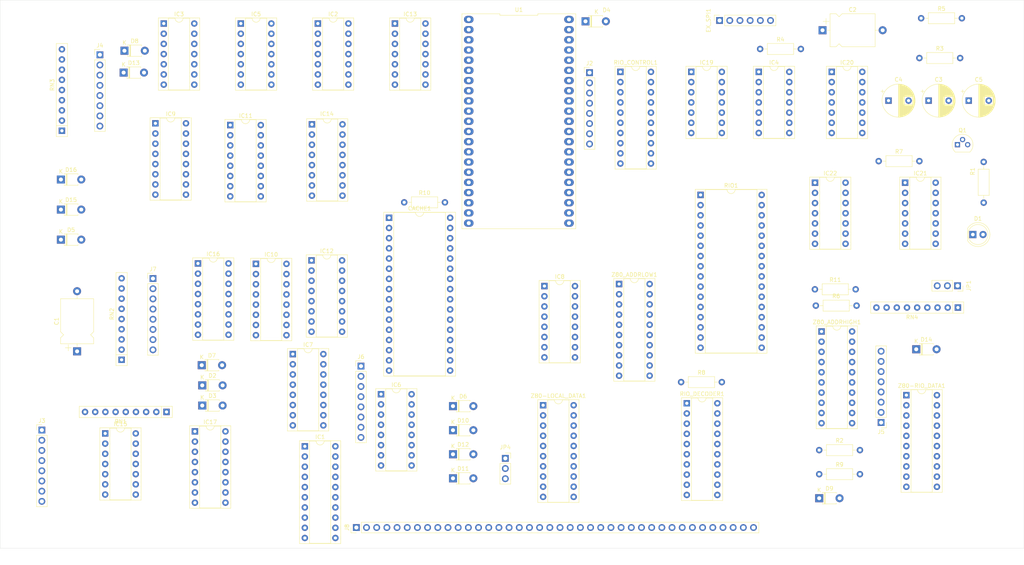
<source format=kicad_pcb>
(kicad_pcb (version 20221018) (generator pcbnew)
  (layers (0 "F.Cu" signal) (31 "B.Cu" signal) (34 "B.Paste" user) (35 "F.Paste" user) (36 "B.SilkS" user "B.Silkscreen") (37 "F.SilkS" user "F.Silkscreen") (38 "B.Mask" user) (39 "F.Mask" user) (44 "Edge.Cuts" user))
  (net 0 "")
  (net 1 "/CORE/ESP_WAIT_RESET")
  (net 2 "GND")
  (net 3 "/ESP_ROMSEL_1")
  (net 4 "VCC")
  (net 5 "/ESP_ROMSEL_0")
  (net 6 "/!CACHE_DATASTATUS")
  (net 7 "/CACHE/LOCAL_ADD_12")
  (net 8 "/CACHE/LOCAL_ADD_7")
  (net 9 "/CACHE/LOCAL_ADD_6")
  (net 10 "/CACHE/LOCAL_ADD_5")
  (net 11 "/CACHE/LOCAL_ADD_4")
  (net 12 "/CACHE/LOCAL_ADD_3")
  (net 13 "/CACHE/LOCAL_ADD_2")
  (net 14 "/CACHE/LOCAL_ADD_1")
  (net 15 "/CACHE/LOCAL_ADD_0")
  (net 16 "/CACHE/LOCAL_DATA_0")
  (net 17 "/CACHE/LOCAL_DATA_1")
  (net 18 "/CACHE/LOCAL_DATA_2")
  (net 19 "/CACHE/LOCAL_DATA_3")
  (net 20 "/CACHE/LOCAL_DATA_4")
  (net 21 "/CACHE/LOCAL_DATA_5")
  (net 22 "/CACHE/LOCAL_DATA_6")
  (net 23 "/CACHE/LOCAL_DATA_7")
  (net 24 "/CACHE/CACHE_CS")
  (net 25 "/CACHE/LOCAL_ADD_10")
  (net 26 "/CACHE/CACHE_OE")
  (net 27 "/CACHE/LOCAL_ADD_11")
  (net 28 "/CACHE/LOCAL_ADD_9")
  (net 29 "/CACHE/LOCAL_ADD_8")
  (net 30 "/CACHE/CACHE_WE")
  (net 31 "/CACHE/CACHE_CE2")
  (net 32 "Net-(U1-Pad17)")
  (net 33 "/CORE/ESP_CONTROL_Z80")
  (net 34 "Net-(U1-Pad16)")
  (net 35 "Net-(U1-Pad27)")
  (net 36 "/CORE/ESP_INT")
  (net 37 "/ROM_WR_PROTECT")
  (net 38 "Net-(U1-Pad29)")
  (net 39 "Net-(U1-Pad30)")
  (net 40 "/CORE/ESP_SPI.CE")
  (net 41 "/CORE/ESP_PULSE")
  (net 42 "/CORE/ESP_SPI.SCK")
  (net 43 "/CORE/!ESP_HARDLOCK")
  (net 44 "/CORE/ESP_SPI.STC")
  (net 45 "/CORE/EX_SS")
  (net 46 "/CORE/EX_SCK")
  (net 47 "/CORE/EX_MISO")
  (net 48 "/CORE/EX_MOSI")
  (net 49 "/CORE/ESP_HARDLOCK")
  (net 50 "/CORE/ESP_SPI.MISO")
  (net 51 "/CORE/ESP_SPI.PL")
  (net 52 "/CORE/ESP_SPI.OE")
  (net 53 "Net-(D4-Pad1)")
  (net 54 "Net-(U1-Pad7)")
  (net 55 "/CORE/CLR_Z80_HARDLOCK")
  (net 56 "Net-(U1-Pad36)")
  (net 57 "Net-(U1-Pad6)")
  (net 58 "/CORE/PRE_Z80_HARDLOCK")
  (net 59 "Net-(U1-Pad37)")
  (net 60 "Net-(U1-Pad5)")
  (net 61 "/Z80_HARDLOCK")
  (net 62 "/CORE/ESP_SPI.MOSI")
  (net 63 "/CACHE/CACHE_DATASTATUS+PERM_Z80_IORQ")
  (net 64 "Net-(U1-Pad2)")
  (net 65 "Net-(U1-Pad1)")
  (net 66 "Net-(C2-Pad1)")
  (net 67 "Net-(D1-Pad1)")
  (net 68 "/CACHE_DATASTATUS")
  (net 69 "Net-(Q1-Pad2)")
  (net 70 "/RIO/ESP_IOD_CONFIG+Z80_WR")
  (net 71 "Net-(R8-Pad1)")
  (net 72 "/RIO/ROM_D_RDY")
  (net 73 "/RIO/ROM_WR_PROTECT+Z80_WR")
  (net 74 "/RIO/Z80_RD+ESP_IOD_CONFIG+PERM_Z80_IORQ")
  (net 75 "/RIO/DEC16")
  (net 76 "/RIO/DEC_CE")
  (net 77 "Net-(D15-Pad1)")
  (net 78 "Net-(D16-Pad1)")
  (net 79 "/ESP_CONTROL_RD")
  (net 80 "/ESP_CONTROL_WR")
  (net 81 "/Z80 BUS/Z80_ADD_OE")
  (net 82 "/Z80 BUS/Z80_ADD_DIR")
  (net 83 "/Z80 BUS/Z80_DATA_DIR")
  (net 84 "/Z80 BUS/Z80_DATA_OE")
  (net 85 "/RIO/Z80_A0")
  (net 86 "/RIO/Z80_A1")
  (net 87 "/RIO/Z80_A2")
  (net 88 "/RIO/Z80_A3")
  (net 89 "/RIO/Z80_A4")
  (net 90 "/RIO/Z80_A5")
  (net 91 "/RIO/Z80_A6")
  (net 92 "/RIO/Z80_A7")
  (net 93 "/RIO/Z80_D0")
  (net 94 "/RIO/Z80_D1")
  (net 95 "/RIO/Z80_D2")
  (net 96 "/RIO/Z80_D3")
  (net 97 "/RIO/Z80_D4")
  (net 98 "/RIO/Z80_D5")
  (net 99 "/RIO/Z80_D6")
  (net 100 "/RIO/Z80_D7")
  (net 101 "/ESP_CONTROL_IORQ")
  (net 102 "/ESP_CONTROL_MEMRQ")
  (net 103 "/RIO/Z80_A8")
  (net 104 "/RIO/Z80_A9")
  (net 105 "/RIO/Z80_A10")
  (net 106 "/RIO/Z80_A11")
  (net 107 "/RIO/Z80_A12")
  (net 108 "/RIO/Z80_A13")
  (net 109 "/RIO/Z80_A14")
  (net 110 "/RIO/Z80_A15")
  (net 111 "/ESP_CONTROL_BUSRQ")
  (net 112 "/ESP_CONTROL_WAIT")
  (net 113 "/ESP_CONTROL_ROMCS")
  (net 114 "/ESP_CONTROL_NMI")
  (net 115 "Net-(D5-Pad1)")
  (net 116 "/CORE/SPIBUS/ESP_SPI.MR")
  (net 117 "/LOCAL_RD")
  (net 118 "/RIO/RIO_CE2")
  (net 119 "/LOCAL_WR")
  (net 120 "/RIO/DEC14")
  (net 121 "/RIO/ROM_D0")
  (net 122 "/RIO/ROM_D1")
  (net 123 "/RIO/ROM_D2")
  (net 124 "/RIO/ROM_D3")
  (net 125 "/RIO/ROM_D4")
  (net 126 "/RIO/ROM_D5")
  (net 127 "/RIO/ROM_D6")
  (net 128 "/RIO/ROM_D7")
  (net 129 "/RIO/DEC_OE")
  (net 130 "/RIO/DEC_WE")
  (net 131 "/RIO/DEC15")
  (net 132 "/LOCAL_MEMRQ")
  (net 133 "/LOCAL_IORQ")
  (net 134 "/CORE/Z80_ADD_CONNECT")
  (net 135 "/CORE/Z80_DATA_CONNECT")
  (net 136 "Net-(RN1-Pad9)")
  (net 137 "Net-(D14-Pad1)")
  (net 138 "Net-(RN4-Pad6)")
  (net 139 "Net-(RN4-Pad7)")
  (net 140 "Net-(RN4-Pad8)")
  (net 141 "Net-(RN4-Pad9)")
  (net 142 "Net-(CACHE1-Pad1)")
  (net 143 "/CACHE_SEL_3")
  (net 144 "/CACHE_SEL_1")
  (net 145 "/CACHE_SEL_0")
  (net 146 "/CACHE_SEL_2")
  (net 147 "/CORE/SD_CARD_SS")
  (net 148 "Net-(RIO1-Pad1)")
  (net 149 "/Z80_HARDLOCK_SET")
  (net 150 "/Z80_HARDLOCK_RESET")
  (net 151 "/WAIT_IO")
  (net 152 "/PERM_Z80_IORQ")
  (net 153 "/Z80_RD")
  (net 154 "/Z80_MEMRQ")
  (net 155 "Net-(IC1-Pad13)")
  (net 156 "/Z80_IORQ")
  (net 157 "/Z80_WR")
  (net 158 "/Z80_BUSRQ")
  (net 159 "/Z80_WAIT")
  (net 160 "/Z80_NMI")
  (net 161 "/Z80_BUSACK")
  (net 162 "Net-(IC17-Pad7)")
  (net 163 "Net-(IC12-Pad10)")
  (net 164 "Net-(IC16-Pad9)")
  (net 165 "Net-(IC12-Pad7)")
  (net 166 "Net-(IC12-Pad9)")
  (net 167 "Net-(IC8-Pad9)")
  (net 168 "Net-(IC14-Pad7)")
  (net 169 "Net-(IC10-Pad14)")
  (net 170 "Net-(IC16-Pad7)")
  (net 171 "Net-(IC10-Pad9)")
  (net 172 "Net-(IC7-Pad4)")
  (net 173 "Net-(IC7-Pad5)")
  (net 174 "Net-(IC7-Pad6)")
  (net 175 "Net-(IC7-Pad7)")
  (net 176 "Net-(IC7-Pad9)")
  (net 177 "Net-(IC6-Pad9)")
  (net 178 "Net-(IC11-Pad9)")
  (net 179 "Net-(IC3-Pad2)")
  (net 180 "Net-(IC3-Pad3)")
  (net 181 "/!Z80_HARDLOCK")
  (net 182 "Net-(D13-Pad1)")
  (net 183 "Net-(IC3-Pad9)")
  (net 184 "Net-(IC2-Pad8)")
  (net 185 "Net-(IC3-Pad11)")
  (net 186 "Net-(IC3-Pad12)")
  (net 187 "Net-(IC13-Pad1)")
  (net 188 "Net-(IC13-Pad8)")
  (net 189 "Net-(IC21-Pad3)")
  (net 190 "/ESP_IOD_CONFIG")
  (net 191 "Net-(IC21-Pad6)")
  (net 192 "Net-(IC21-Pad8)")
  (net 193 "/CORE/IORQ_FILTER_BIT")
  (net 194 "Net-(IC2-Pad6)")
  (net 195 "Net-(IC2-Pad11)")
  (net 196 "Net-(IC2-Pad10)")
  (net 197 "Net-(IC19-Pad6)")
  (net 198 "Net-(IC20-Pad11)")
  (net 199 "/Z80_ROMCS")
  (net 200 "/Z80_RESET")
  (net 201 "/Z80_A0")
  (net 202 "Net-(J8-Pad36)")
  (net 203 "Net-(J8-Pad37)")
  (net 204 "Net-(J8-Pad38)")
  (net 205 "Net-(J8-Pad39)")
  (net 206 "Net-(J8-Pad40)")
  (footprint "Package_DIP:DIP-20_W7.62mm_Socket" (layer "F.Cu") (at 152.4254 123.7488)
    (fp_text reference "Z80-LOCAL_DATA1")
    (fp_text value "74245N")
  )
  (footprint "Package_DIP:DIP-20_W7.62mm_Socket" (layer "F.Cu") (at 171.3738 93.5228)
    (fp_text reference "Z80_ADDRLOW1")
    (fp_text value "74245N")
  )
  (footprint "Resistor_THT:R_Axial_DIN0207_L6.3mm_D2.5mm_P10.16mm_Horizontal" (layer "F.Cu") (at 236.1184 62.8706)
    (fp_text reference "R7")
    (fp_text value "1K")
  )
  (footprint "Diode_THT:D_T-1_P5.08mm_Horizontal" (layer "F.Cu") (at 129.9464 135.9774)
    (fp_text reference "D12")
    (fp_text value "1N4148")
  )
  (footprint "Package_DIP:DIP-14_W7.62mm_Socket" (layer "F.Cu") (at 96.249066 28.5496)
    (fp_text reference "IC2")
    (fp_text value "7404N")
  )
  (footprint "Connector_PinHeader_2.54mm:PinHeader_1x08_P2.54mm_Vertical" (layer "F.Cu") (at 27.4066 129.9464)
    (fp_text reference "J3")
    (fp_text value "DIAG-Z80_CONTROL")
  )
  (footprint "Package_DIP:DIP-20_W7.62mm_Socket" (layer "F.Cu") (at 93 134)
    (fp_text reference "IC1")
    (fp_text value "74244N")
  )
  (footprint "Connector_PinHeader_2.54mm:PinHeader_1x08_P2.54mm_Vertical" (layer "F.Cu") (at 41.8846 36.3474)
    (fp_text reference "J4")
    (fp_text value "DIAG-ESP_CONTROL")
  )
  (footprint "Diode_THT:D_T-1_P5.08mm_Horizontal" (layer "F.Cu") (at 47.8028 40.7924)
    (fp_text reference "D13")
    (fp_text value "1N4148")
  )
  (footprint "Package_DIP:DIP-14_W7.62mm_Socket" (layer "F.Cu") (at 189.3824 40.6096)
    (fp_text reference "IC19")
    (fp_text value "7432N")
  )
  (footprint "Connector_PinHeader_2.54mm:PinHeader_1x08_P2.54mm_Vertical" (layer "F.Cu") (at 236.728 128.0668 180)
    (fp_text reference "J5")
    (fp_text value "DIAG-LOCAL_ADD_HIGH")
  )
  (footprint "Package_DIP:DIP-14_W7.62mm_Socket" (layer "F.Cu") (at 115.4684 28.5496)
    (fp_text reference "IC13")
    (fp_text value "7432N")
  )
  (footprint "Diode_THT:D_T-1_P5.08mm_Horizontal" (layer "F.Cu") (at 67.4116 123.825)
    (fp_text reference "D3")
    (fp_text value "1N4148")
  )
  (footprint "Resistor_THT:R_Array_SIP9" (layer "F.Cu") (at 32.4104 55.2958 90)
    (fp_text reference "RN3")
    (fp_text value "4609M-101-103LF")
  )
  (footprint "Package_DIP:DIP-16_W7.62mm_Socket" (layer "F.Cu") (at 152.7556 94.0308)
    (fp_text reference "IC8")
    (fp_text value "74595N")
  )
  (footprint "Resistor_THT:R_Axial_DIN0207_L6.3mm_D2.5mm_P10.16mm_Horizontal" (layer "F.Cu") (at 246.7102 27.2288)
    (fp_text reference "R5")
    (fp_text value "22K")
  )
  (footprint "Resistor_THT:R_Axial_DIN0207_L6.3mm_D2.5mm_P10.16mm_Horizontal" (layer "F.Cu") (at 220.218 94.8436)
    (fp_text reference "R11")
    (fp_text value "10K")
  )
  (footprint "Package_DIP:DIP-14_W7.62mm_Socket" (layer "F.Cu") (at 43.2054 130.7846)
    (fp_text reference "IC15")
    (fp_text value "7408N")
  )
  (footprint "Package_DIP:DIP-16_W7.62mm_Socket" (layer "F.Cu") (at 80.7974 88.4936)
    (fp_text reference "IC10")
    (fp_text value "74595N")
  )
  (footprint "Diode_THT:D_T-1_P5.08mm_Horizontal" (layer "F.Cu") (at 32.1576 82.4556)
    (fp_text reference "D5")
    (fp_text value "1N4148")
  )
  (footprint "Connector_PinSocket_2.54mm:PinSocket_1x03_P2.54mm_Vertical" (layer "F.Cu") (at 255.8034 93.9546 -90)
    (fp_text reference "JP1")
    (fp_text value "PINHD-ADDR_FILTER")
  )
  (footprint "Package_DIP:DIP-32_W15.24mm_Socket" (layer "F.Cu") (at 114 77)
    (fp_text reference "CACHE1")
    (fp_text value "AS6C1008-55PCN")
  )
  (footprint "Connector_PinSocket_2.54mm:PinSocket_1x03_P2.54mm_Vertical" (layer "F.Cu") (at 143 137)
    (fp_text reference "JP4")
    (fp_text value "PINHD-POWER/RESET")
  )
  (footprint "Resistor_THT:R_Array_SIP9" (layer "F.Cu") (at 47.2948 112.4204 90)
    (fp_text reference "RN2")
    (fp_text value "4609M-101-103LF")
  )
  (footprint "Resistor_THT:R_Axial_DIN0207_L6.3mm_D2.5mm_P10.16mm_Horizontal" (layer "F.Cu") (at 206.5528 34.8996)
    (fp_text reference "R4")
    (fp_text value "22K")
  )
  (footprint "Package_DIP:DIP-14_W7.62mm_Socket" (layer "F.Cu") (at 57.8104 28.5496)
    (fp_text reference "IC3")
    (fp_text value "7474N")
  )
  (footprint "LED_THT:LED_D5.0mm" (layer "F.Cu") (at 259.6084 81.1784)
    (fp_text reference "D1")
    (fp_text value "POWER_LED")
  )
  (footprint "Resistor_THT:R_Array_SIP9" (layer "F.Cu") (at 58.4962 125.4252 180)
    (fp_text reference "RN1")
    (fp_text value "4609M-101-103LF")
  )
  (footprint "Diode_THT:D_T-1_P5.08mm_Horizontal" (layer "F.Cu") (at 67.4116 118.7958)
    (fp_text reference "D2")
    (fp_text value "1N4148")
  )
  (footprint "Package_DIP:DIP-16_W7.62mm_Socket" (layer "F.Cu") (at 94.7674 53.6956)
    (fp_text reference "IC14")
    (fp_text value "74165N")
  )
  (footprint "Capacitor_THT:CP_Axial_L11.0mm_D8.0mm_P15.00mm_Horizontal" (layer "F.Cu") (at 36.195 110.3122 90)
    (fp_text reference "C1")
    (fp_text value "10UF")
  )
  (footprint "Resistor_THT:R_Axial_DIN0207_L6.3mm_D2.5mm_P10.16mm_Horizontal" (layer "F.Cu") (at 221.2848 140.9446)
    (fp_text reference "R9")
    (fp_text value "10K")
  )
  (footprint "Diode_THT:D_T-1_P5.08mm_Horizontal" (layer "F.Cu") (at 129.9464 141.9774)
    (fp_text reference "D11")
    (fp_text value "1N4148")
  )
  (footprint "Package_DIP:DIP-16_W7.62mm_Socket" (layer "F.Cu") (at 55.7276 53.4416)
    (fp_text reference "IC9")
    (fp_text value "74595N")
  )
  (footprint "Package_DIP:DIP-16_W7.62mm_Socket" (layer "F.Cu") (at 90 111)
    (fp_text reference "IC7")
    (fp_text value "74590N")
  )
  (footprint "Diode_THT:D_T-1_P5.08mm_Horizontal" (layer "F.Cu") (at 32.1576 74.9556)
    (fp_text reference "D15")
    (fp_text value "1N4148")
  )
  (footprint "Diode_THT:D_T-1_P5.08mm_Horizontal" (layer "F.Cu") (at 221.2848 146.9446)
    (fp_text reference "D9")
    (fp_text value "1N4148")
  )
  (footprint "Capacitor_THT:CP_Axial_L11.0mm_D8.0mm_P15.00mm_Horizontal" (layer "F.Cu") (at 222.116 30.226)
    (fp_text reference "C2")
    (fp_text value "10UF")
  )
  (footprint "Capacitor_THT:CP_Radial_D8.0mm_P5.00mm" (layer "F.Cu") (at 258.572 47.7774)
    (fp_text reference "C5")
    (fp_text value ".1 uf")
  )
  (footprint "Package_DIP:DIP-14_W7.62mm_Socket" (layer "F.Cu") (at 224.409 40.6096)
    (fp_text reference "IC20")
    (fp_text value "7408N")
  )
  (footprint "Connector_PinSocket_2.54mm:PinSocket_1x06_P2.54mm_Vertical" (layer "F.Cu") (at 196.4436 27.7876 90)
    (fp_text reference "EX_SPI1")
    (fp_text value "PINHD-1X6")
  )
  (footprint "Resistor_THT:R_Axial_DIN0207_L6.3mm_D2.5mm_P10.16mm_Horizontal" (layer "F.Cu") (at 117.7798 73.152)
    (fp_text reference "R10")
    (fp_text value "10K")
  )
  (footprint "Package_DIP:DIP-16_W7.62mm_Socket" (layer "F.Cu") (at 66.3448 88.392)
    (fp_text reference "IC16")
    (fp_text value "74165N")
  )
  (footprint "Resistor_THT:R_Array_SIP9" (layer "F.Cu") (at 255.8796 99.3902 180)
    (fp_text reference "RN4")
    (fp_text value "4609M-101-103LF")
  )
  (footprint "Resistor_THT:R_Axial_DIN0207_L6.3mm_D2.5mm_P10.16mm_Horizontal" (layer "F.Cu") (at 262.3058 73.2282 90)
    (fp_text reference "R1")
    (fp_text value "1K")
  )
  (footprint "Resistor_THT:R_Axial_DIN0207_L6.3mm_D2.5mm_P10.16mm_Horizontal" (layer "F.Cu") (at 221.2848 134.9446)
    (fp_text reference "R2")
    (fp_text value "1K")
  )
  (footprint "Resistor_THT:R_Axial_DIN0207_L6.3mm_D2.5mm_P10.16mm_Horizontal" (layer "F.Cu") (at 246.2784 37.1602)
    (fp_text reference "R3")
    (fp_text value "22K")
  )
  (footprint "Package_DIP:DIP-16_W7.62mm_Socket" (layer "F.Cu") (at 112 121)
    (fp_text reference "IC6")
    (fp_text value "74590N")
  )
  (footprint "Diode_THT:D_T-1_P5.08mm_Horizontal" (layer "F.Cu") (at 129.9464 129.9774)
    (fp_text reference "D10")
    (fp_text value "1N4148")
  )
  (footprint "Package_DIP:DIP-14_W7.62mm_Socket" (layer "F.Cu") (at 77.029733 28.5496)
    (fp_text reference "IC5")
    (fp_text value "7408N")
  )
  (footprint "Diode_THT:D_T-1_P5.08mm_Horizontal" (layer "F.Cu") (at 67.2846 113.7666)
    (fp_text reference "D7")
    (fp_text value "1N4148")
  )
  (footprint "Package_DIP:DIP-16_W7.62mm_Socket" (layer "F.Cu") (at 65.5828 130.2766)
    (fp_text reference "IC17")
    (fp_text value "74165N")
  )
  (footprint "Package_DIP:DIP-20_W7.62mm_Socket" (layer "F.Cu") (at 243.0272 121.2342)
    (fp_text reference "Z80-RIO_DATA1")
    (fp_text value "74245N")
  )
  (footprint "Capacitor_THT:CP_Radial_D8.0mm_P5.00mm" (layer "F.Cu") (at 238.572 47.7774)
    (fp_text reference "C4")
    (fp_text value ".1 uf")
  )
  (footprint "Diode_THT:D_T-1_P5.08mm_Horizontal" (layer "F.Cu") (at 48.006 35.3314)
    (fp_text reference "D8")
    (fp_text value "1N4148")
  )
  (footprint "Connector_PinHeader_2.54mm:PinHeader_1x08_P2.54mm_Vertical" (layer "F.Cu") (at 164.0078 40.8096)
    (fp_text reference "J2")
    (fp_text value "DIAG-ESP_SPI")
  )
  (footprint "Diode_THT:D_T-1_P5.08mm_Horizontal" (layer "F.Cu") (at 163 28)
    (fp_text reference "D4")
    (fp_text value "1N4148")
  )
  (footprint "Package_TO_SOT_THT:TO-92" (layer "F.Cu") (at 255.772349 58.7614)
    (fp_text reference "Q1")
    (fp_text value "2N2222 (BC337)")
  )
  (footprint "Package_DIP:DIP-16_W7.62mm_Socket" (layer "F.Cu") (at 94.6658 87.63)
    (fp_text reference "IC12")
    (fp_text value "74165N")
  )
  (footprint "Package_DIP:DIP-20_W7.62mm_Socket" (layer "F.Cu") (at 221.869 105.3592)
    (fp_text reference "Z80_ADDRHIGH1")
    (fp_text value "74245N")
  )
  (footprint "Connector_PinHeader_2.54mm:PinHeader_1x40_P2.54mm_Vertical" (layer "F.Cu") (at 105.8418 154.2542 90)
    (fp_text reference "J8")
    (fp_text value "DIAG-HOST_SYSTEM_BUS")
  )
  (footprint "Resistor_THT:R_Axial_DIN0207_L6.3mm_D2.5mm_P10.16mm_Horizontal" (layer "F.Cu") (at 220.4466 98.9076)
    (fp_text reference "R6")
    (fp_text value "22K")
  )
  (footprint "Package_DIP:DIP-16_W7.62mm_Socket" (layer "F.Cu") (at 74.3966 53.8734)
    (fp_text reference "IC11")
    (fp_text value "74595N")
  )
  (footprint "Diode_THT:D_T-1_P5.08mm_Horizontal" (layer "F.Cu") (at 245.4862 109.79)
    (fp_text reference "D14")
    (fp_text value "1N4148")
  )
  (footprint "Connector_PinHeader_2.54mm:PinHeader_1x08_P2.54mm_Vertical" (layer "F.Cu") (at 55.118 92.1512)
    (fp_text reference "J7")
    (fp_text value "DIAG-LOCAL_DATA")
  )
  (footprint "Resistor_THT:R_Axial_DIN0207_L6.3mm_D2.5mm_P10.16mm_Horizontal" (layer "F.Cu") (at 186.8424 117.983)
    (fp_text reference "R8")
    (fp_text value "10K")
  )
  (footprint "Connector_PinHeader_2.54mm:PinHeader_1x08_P2.54mm_Vertical" (layer "F.Cu") (at 107 114)
    (fp_text reference "J6")
    (fp_text value "DIAG-LOCAL_ADD_LOW")
  )
  (footprint "Diode_THT:D_T-1_P5.08mm_Horizontal" (layer "F.Cu") (at 129.9464 123.9774)
    (fp_text reference "D6")
    (fp_text value "1N4148")
  )
  (footprint "Package_DIP:DIP-14_W7.62mm_Socket" (layer "F.Cu") (at 220.2366 68.2448)
    (fp_text reference "IC22")
    (fp_text value "7432N")
  )
  (footprint "Package_DIP:DIP-20_W7.62mm_Socket" (layer "F.Cu") (at 171.704 40.6096)
    (fp_text reference "RIO_CONTROL1")
    (fp_text value "74244N")
  )
  (footprint "Package_DIP:DIP-14_W7.62mm_Socket" (layer "F.Cu") (at 206.2072 40.6096)
    (fp_text reference "IC4")
    (fp_text value "7432N")
  )
  (footprint "Package_DIP:DIP-32_W15.24mm_Socket" (layer "F.Cu") (at 191.6938 71.2978)
    (fp_text reference "RIO1")
    (fp_text value "AS6C1008-55PCN")
  )
  (footprint "esp32-wrover:FREENOVE_ESP32-WROVER-DEV" (layer "F.Cu") (at 146.3802 51.6636)
    (fp_text reference "U1")
    (fp_text value "FREENOVE_ESP32-WROVER-DEV")
  )
  (footprint "Diode_THT:D_T-1_P5.08mm_Horizontal" (layer "F.Cu") (at 32.1576 67.4556)
    (fp_text reference "D16")
    (fp_text value "1N4148")
  )
  (footprint "Package_DIP:DIP-14_W7.62mm_Socket" (layer "F.Cu") (at 242.707 68.2448)
    (fp_text reference "IC21")
    (fp_text value "7432N")
  )
  (footprint "Capacitor_THT:CP_Radial_D8.0mm_P5.00mm" (layer "F.Cu") (at 248.572 47.7774)
    (fp_text reference "C3")
    (fp_text value "10 uf")
  )
  (footprint "Package_DIP:DIP-20_W7.62mm_Socket" (layer "F.Cu") (at 188.2648 123.2662)
    (fp_text reference "RIO_DECODER1")
    (fp_text value "74245N")
  )
  (gr_rect (start 16.9926 22.7076) (end 272.3642 159.4358) (stroke (width 0.05)) (fill none) (layer "Edge.Cuts"))
)
</source>
